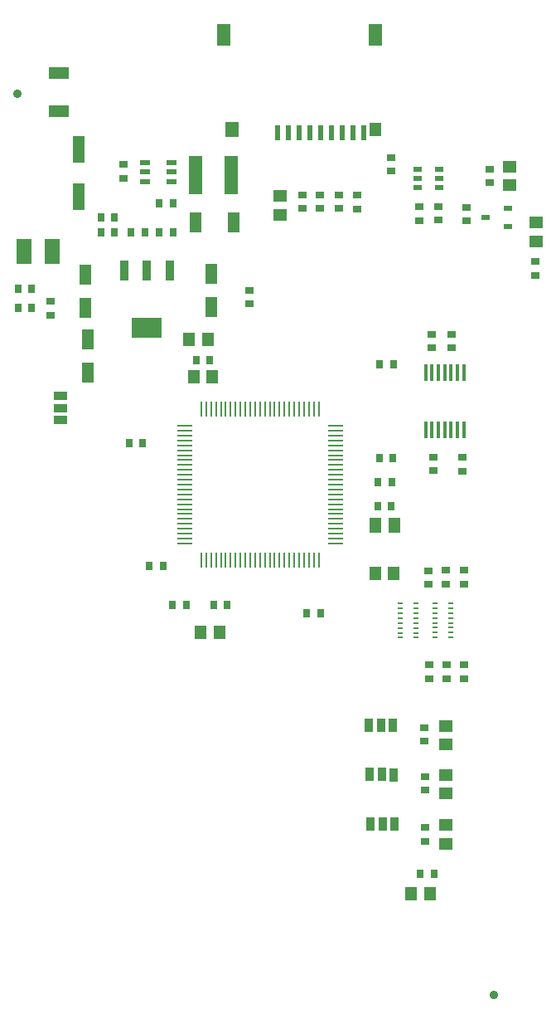
<source format=gbr>
%TF.GenerationSoftware,Novarm,DipTrace,4.1.1.0*%
%TF.CreationDate,2021-03-01T14:13:31-08:00*%
%FSLAX26Y26*%
%MOIN*%
%TF.FileFunction,Paste,Top*%
%TF.Part,Single*%
%AMOUTLINE2*
4,1,4,
0.029528,0.003937,
0.029528,-0.003937,
-0.029528,-0.003937,
-0.029528,0.003937,
0.029528,0.003937,
0*%
%AMOUTLINE5*
4,1,4,
0.003937,-0.029528,
-0.003937,-0.029528,
-0.003937,0.029528,
0.003937,0.029528,
0.003937,-0.029528,
0*%
%AMOUTLINE9*
4,1,4,
-0.027559,-0.043307,
0.027559,-0.043307,
0.027559,0.043307,
-0.027559,0.043307,
-0.027559,-0.043307,
0*%
%ADD33R,0.051181X0.059055*%
%ADD34R,0.03X0.038*%
%ADD69R,0.055118X0.062992*%
%ADD70R,0.047244X0.055118*%
%ADD88R,0.023622X0.059055*%
%ADD90R,0.03937X0.019685*%
%ADD92R,0.124016X0.080709*%
%ADD94R,0.033465X0.080709*%
%ADD96R,0.037402X0.021654*%
%ADD100R,0.011811X0.066929*%
%ADD106R,0.021654X0.007874*%
%ADD108R,0.055118X0.153543*%
%ADD116R,0.036063X0.056063*%
%ADD128R,0.056063X0.036063*%
%ADD130C,0.035433*%
%ADD132R,0.059055X0.102362*%
%ADD134R,0.051181X0.07874*%
%ADD136R,0.07874X0.051181*%
%ADD138R,0.033465X0.019685*%
%ADD140R,0.051181X0.108268*%
%ADD142R,0.051181X0.084646*%
%ADD144R,0.055118X0.047244*%
%ADD146R,0.026063X0.034063*%
%ADD148R,0.034063X0.026063*%
%ADD155OUTLINE2*%
%ADD158OUTLINE5*%
%ADD162OUTLINE9*%
G75*
G01*
%LPD*%
D148*
X2428654Y2878689D3*
Y2823776D3*
D70*
X2297244Y1125984D3*
X2222441D3*
D146*
X2313843Y1206314D3*
X2258929D3*
D144*
X1694648Y3928862D3*
Y3854059D3*
D148*
X1783517Y3933777D3*
Y3878864D3*
X2537673Y4037413D3*
Y3982500D3*
D34*
X2093724Y2876766D3*
X2148638D3*
X2095272Y3254239D3*
X2150185D3*
D144*
X2360944Y1801951D3*
Y1727148D3*
Y1604711D3*
Y1529908D3*
X2359896Y1402235D3*
Y1327432D3*
D70*
X1403543Y3353150D3*
X1328740D3*
D142*
X922106Y3354264D3*
Y3220406D3*
D148*
X2142395Y4084248D3*
Y4029335D3*
D146*
X1802924Y2252388D3*
X1857837D3*
D148*
X771673Y3506413D3*
Y3451500D3*
D34*
X2087471Y2683598D3*
X2142385D3*
D70*
X1450898Y2177010D3*
X1376094D3*
D34*
X2088962Y2779822D3*
X2143875D3*
X1481289Y2287052D3*
X1426375D3*
X1168541Y2443598D3*
X1223454D3*
X1087799Y2938394D3*
X1142713D3*
D146*
X1411417Y3271260D3*
X1356504D3*
X1263488Y3785139D3*
X1208575D3*
D148*
X2435816Y2371938D3*
Y2426852D3*
X2292150Y2369678D3*
Y2424592D3*
X2434199Y2045971D3*
Y1991058D3*
X2293274Y2045547D3*
Y1990634D3*
X2362314Y2370638D3*
Y2425551D3*
X2363060Y2046264D3*
Y1991350D3*
D142*
X912585Y3614411D3*
Y3480552D3*
X1417144Y3617797D3*
Y3483938D3*
D140*
X884154Y4116283D3*
Y3927150D3*
D148*
X1572030Y3550760D3*
Y3495846D3*
X1065411Y4055348D3*
Y4000434D3*
D146*
X1028530Y3844630D3*
X973617D3*
X640551Y3557480D3*
X695465D3*
D138*
X2247043Y4037984D3*
Y4000576D3*
Y3963188D3*
X2335689D3*
Y4000576D3*
Y4037978D3*
D136*
X806148Y4269286D3*
Y4422824D3*
D134*
X1354812Y3822936D3*
X1508350D3*
D132*
X776394Y3706432D3*
X666157D3*
D130*
X2556272Y719294D3*
X638942Y4341568D3*
D155*
X1917017Y2534133D3*
Y2553818D3*
Y2573503D3*
Y2593188D3*
Y2612873D3*
Y2632558D3*
Y2652243D3*
Y2671928D3*
Y2691613D3*
Y2711298D3*
Y2730983D3*
Y2750668D3*
Y2770353D3*
Y2790038D3*
Y2809723D3*
Y2829408D3*
Y2849093D3*
Y2868778D3*
Y2888463D3*
Y2908148D3*
Y2927833D3*
Y2947518D3*
Y2967203D3*
Y2986888D3*
Y3006573D3*
D158*
X1850088Y3073503D3*
X1830403D3*
X1810718D3*
X1791033D3*
X1771348D3*
X1751663D3*
X1731978D3*
X1712293D3*
X1692608D3*
X1672923D3*
X1653238D3*
X1633552D3*
X1613867D3*
X1594182D3*
X1574497D3*
X1554812D3*
X1535127D3*
X1515442D3*
X1495757D3*
X1476072D3*
X1456387D3*
X1436702D3*
X1417017D3*
X1397332D3*
X1377647D3*
D155*
X1310718Y3006573D3*
Y2986888D3*
Y2967203D3*
Y2947518D3*
Y2927833D3*
Y2908148D3*
Y2888463D3*
Y2868778D3*
Y2849093D3*
Y2829408D3*
Y2809723D3*
Y2790038D3*
Y2770353D3*
Y2750668D3*
Y2730983D3*
Y2711298D3*
Y2691613D3*
Y2671928D3*
Y2652243D3*
Y2632558D3*
Y2612873D3*
Y2593188D3*
Y2573503D3*
Y2553818D3*
Y2534133D3*
D158*
X1377647Y2467203D3*
X1397332D3*
X1417017D3*
X1436702D3*
X1456387D3*
X1476072D3*
X1495757D3*
X1515442D3*
X1535127D3*
X1554812D3*
X1574497D3*
X1594182D3*
X1613867D3*
X1633552D3*
X1653238D3*
X1672923D3*
X1692608D3*
X1712293D3*
X1731978D3*
X1751663D3*
X1771348D3*
X1791033D3*
X1810718D3*
X1830403D3*
X1850088D3*
D128*
X811081Y3030790D3*
X811409Y3078580D3*
Y3128580D3*
D116*
X2148932Y1803940D3*
X2101142Y1804268D3*
X2051142D3*
X2151747Y1605030D3*
X2103957Y1605358D3*
X2053957D3*
X2155634Y1405571D3*
X2107844Y1405899D3*
X2057844D3*
D144*
X2618573Y3972085D3*
Y4046888D3*
D33*
X2079055Y2608066D3*
X2153858D3*
D70*
X2151543Y2414974D3*
X2076740D3*
X1347244Y3203150D3*
X1422047D3*
D108*
X1354843Y4014912D3*
X1496496Y4014844D3*
D144*
X2723377Y3747303D3*
Y3822106D3*
D148*
X2310858Y2825593D3*
Y2880507D3*
X2305781Y3374413D3*
Y3319500D3*
X2384915Y3374007D3*
Y3319093D3*
X2721923Y3610843D3*
Y3665756D3*
X2004963Y3878039D3*
Y3932953D3*
X1930727Y3879209D3*
Y3934122D3*
X1856136Y3878660D3*
Y3933573D3*
X2445209Y3885004D3*
Y3830091D3*
X2330441Y3832657D3*
Y3887571D3*
X2253618Y3831545D3*
Y3886458D3*
X2277613Y1542277D3*
Y1597190D3*
X2277777Y1338413D3*
Y1393327D3*
X2275879Y1740171D3*
Y1795084D3*
D106*
X2179025Y2293241D3*
Y2273556D3*
Y2253871D3*
Y2234186D3*
Y2214501D3*
Y2194816D3*
Y2175131D3*
Y2155446D3*
X2242017D3*
Y2175131D3*
Y2194816D3*
Y2214501D3*
Y2234186D3*
Y2253871D3*
Y2273556D3*
Y2293241D3*
X2317190Y2293723D3*
Y2274038D3*
Y2254353D3*
Y2234668D3*
Y2214983D3*
Y2195298D3*
Y2175613D3*
Y2155928D3*
X2380182D3*
Y2175613D3*
Y2195298D3*
Y2214983D3*
Y2234668D3*
Y2254353D3*
Y2274038D3*
Y2293723D3*
D146*
X1095285Y3785117D3*
X1150198D3*
X1264159Y3899902D3*
X1209245D3*
X974664Y3784517D3*
X1029577D3*
D34*
X1261824Y2285856D3*
X1316738D3*
X639866Y3481787D3*
X694780D3*
D100*
X2433896Y3219668D3*
X2408306D3*
X2382715D3*
X2357125D3*
X2331534D3*
X2305944D3*
X2280353Y3219660D3*
Y2991322D3*
X2305944D3*
X2331534D3*
X2357125D3*
X2382715D3*
X2408306D3*
X2433896D3*
D96*
X2612669Y3805490D3*
Y3880293D3*
X2522118Y3842891D3*
D94*
X1249673Y3629509D3*
X1159122D3*
X1068571D3*
D92*
X1159122Y3401163D3*
D90*
X1152615Y4063383D3*
Y4025982D3*
Y3988580D3*
X1258915D3*
Y4025982D3*
Y4063383D3*
D88*
X1683673Y4182356D3*
X1726980D3*
X1770276Y4182370D3*
X1813594Y4182356D3*
X1856902D3*
X1900209D3*
X1943516D3*
X1986823D3*
X2030127Y4182370D3*
D69*
X1502765Y4197950D3*
D162*
X1467303Y4575533D3*
D70*
X2077450Y4197635D3*
D162*
X2077726Y4575533D3*
M02*

</source>
